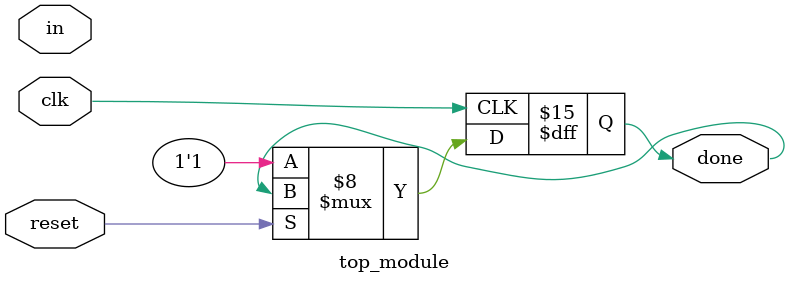
<source format=v>
module top_module(
    input clk,
    input [7:0] in,
    input reset,    // Synchronous reset
    output done); //

    parameter s0 = 0, s1 =1 , s2 =2 ;
    reg [2:0] state,nextstate;

    always @(*) begin
        case (state)
            s0 : nextstate=in[3]?s1:s0;
            s1 : nextstate=s2;
            s2 : nextstate=s3; 
            default: ;
        endcase
    end

    always @(posedge clk)   begin
        if(reset)   state<=s0;
        else begin
            state<=nextstate;
            done<=1;
        end
    end
endmodule

</source>
